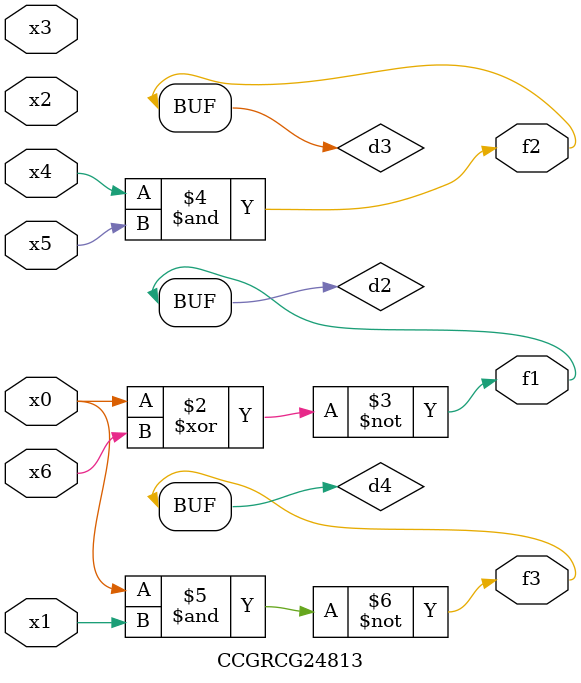
<source format=v>
module CCGRCG24813(
	input x0, x1, x2, x3, x4, x5, x6,
	output f1, f2, f3
);

	wire d1, d2, d3, d4;

	nor (d1, x0);
	xnor (d2, x0, x6);
	and (d3, x4, x5);
	nand (d4, x0, x1);
	assign f1 = d2;
	assign f2 = d3;
	assign f3 = d4;
endmodule

</source>
